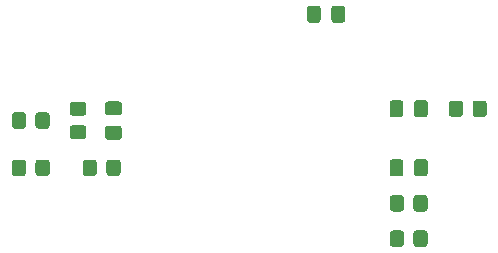
<source format=gbr>
%TF.GenerationSoftware,KiCad,Pcbnew,5.1.9-73d0e3b20d~88~ubuntu20.04.1*%
%TF.CreationDate,2021-05-22T18:00:36+02:00*%
%TF.ProjectId,ValveLord,56616c76-654c-46f7-9264-2e6b69636164,rev?*%
%TF.SameCoordinates,Original*%
%TF.FileFunction,Paste,Top*%
%TF.FilePolarity,Positive*%
%FSLAX46Y46*%
G04 Gerber Fmt 4.6, Leading zero omitted, Abs format (unit mm)*
G04 Created by KiCad (PCBNEW 5.1.9-73d0e3b20d~88~ubuntu20.04.1) date 2021-05-22 18:00:36*
%MOMM*%
%LPD*%
G01*
G04 APERTURE LIST*
G04 APERTURE END LIST*
%TO.C,R4*%
G36*
G01*
X192400000Y-115450001D02*
X192400000Y-114549999D01*
G75*
G02*
X192649999Y-114300000I249999J0D01*
G01*
X193350001Y-114300000D01*
G75*
G02*
X193600000Y-114549999I0J-249999D01*
G01*
X193600000Y-115450001D01*
G75*
G02*
X193350001Y-115700000I-249999J0D01*
G01*
X192649999Y-115700000D01*
G75*
G02*
X192400000Y-115450001I0J249999D01*
G01*
G37*
G36*
G01*
X190400000Y-115450001D02*
X190400000Y-114549999D01*
G75*
G02*
X190649999Y-114300000I249999J0D01*
G01*
X191350001Y-114300000D01*
G75*
G02*
X191600000Y-114549999I0J-249999D01*
G01*
X191600000Y-115450001D01*
G75*
G02*
X191350001Y-115700000I-249999J0D01*
G01*
X190649999Y-115700000D01*
G75*
G02*
X190400000Y-115450001I0J249999D01*
G01*
G37*
%TD*%
%TO.C,R3*%
G36*
G01*
X189549999Y-111400000D02*
X190450001Y-111400000D01*
G75*
G02*
X190700000Y-111649999I0J-249999D01*
G01*
X190700000Y-112350001D01*
G75*
G02*
X190450001Y-112600000I-249999J0D01*
G01*
X189549999Y-112600000D01*
G75*
G02*
X189300000Y-112350001I0J249999D01*
G01*
X189300000Y-111649999D01*
G75*
G02*
X189549999Y-111400000I249999J0D01*
G01*
G37*
G36*
G01*
X189549999Y-109400000D02*
X190450001Y-109400000D01*
G75*
G02*
X190700000Y-109649999I0J-249999D01*
G01*
X190700000Y-110350001D01*
G75*
G02*
X190450001Y-110600000I-249999J0D01*
G01*
X189549999Y-110600000D01*
G75*
G02*
X189300000Y-110350001I0J249999D01*
G01*
X189300000Y-109649999D01*
G75*
G02*
X189549999Y-109400000I249999J0D01*
G01*
G37*
%TD*%
%TO.C,R2*%
G36*
G01*
X217600000Y-120549999D02*
X217600000Y-121450001D01*
G75*
G02*
X217350001Y-121700000I-249999J0D01*
G01*
X216649999Y-121700000D01*
G75*
G02*
X216400000Y-121450001I0J249999D01*
G01*
X216400000Y-120549999D01*
G75*
G02*
X216649999Y-120300000I249999J0D01*
G01*
X217350001Y-120300000D01*
G75*
G02*
X217600000Y-120549999I0J-249999D01*
G01*
G37*
G36*
G01*
X219600000Y-120549999D02*
X219600000Y-121450001D01*
G75*
G02*
X219350001Y-121700000I-249999J0D01*
G01*
X218649999Y-121700000D01*
G75*
G02*
X218400000Y-121450001I0J249999D01*
G01*
X218400000Y-120549999D01*
G75*
G02*
X218649999Y-120300000I249999J0D01*
G01*
X219350001Y-120300000D01*
G75*
G02*
X219600000Y-120549999I0J-249999D01*
G01*
G37*
%TD*%
%TO.C,R1*%
G36*
G01*
X222600000Y-109549999D02*
X222600000Y-110450001D01*
G75*
G02*
X222350001Y-110700000I-249999J0D01*
G01*
X221649999Y-110700000D01*
G75*
G02*
X221400000Y-110450001I0J249999D01*
G01*
X221400000Y-109549999D01*
G75*
G02*
X221649999Y-109300000I249999J0D01*
G01*
X222350001Y-109300000D01*
G75*
G02*
X222600000Y-109549999I0J-249999D01*
G01*
G37*
G36*
G01*
X224600000Y-109549999D02*
X224600000Y-110450001D01*
G75*
G02*
X224350001Y-110700000I-249999J0D01*
G01*
X223649999Y-110700000D01*
G75*
G02*
X223400000Y-110450001I0J249999D01*
G01*
X223400000Y-109549999D01*
G75*
G02*
X223649999Y-109300000I249999J0D01*
G01*
X224350001Y-109300000D01*
G75*
G02*
X224600000Y-109549999I0J-249999D01*
G01*
G37*
%TD*%
%TO.C,C4*%
G36*
G01*
X210550000Y-101525000D02*
X210550000Y-102475000D01*
G75*
G02*
X210300000Y-102725000I-250000J0D01*
G01*
X209625000Y-102725000D01*
G75*
G02*
X209375000Y-102475000I0J250000D01*
G01*
X209375000Y-101525000D01*
G75*
G02*
X209625000Y-101275000I250000J0D01*
G01*
X210300000Y-101275000D01*
G75*
G02*
X210550000Y-101525000I0J-250000D01*
G01*
G37*
G36*
G01*
X212625000Y-101525000D02*
X212625000Y-102475000D01*
G75*
G02*
X212375000Y-102725000I-250000J0D01*
G01*
X211700000Y-102725000D01*
G75*
G02*
X211450000Y-102475000I0J250000D01*
G01*
X211450000Y-101525000D01*
G75*
G02*
X211700000Y-101275000I250000J0D01*
G01*
X212375000Y-101275000D01*
G75*
G02*
X212625000Y-101525000I0J-250000D01*
G01*
G37*
%TD*%
%TO.C,C3*%
G36*
G01*
X192525000Y-111450000D02*
X193475000Y-111450000D01*
G75*
G02*
X193725000Y-111700000I0J-250000D01*
G01*
X193725000Y-112375000D01*
G75*
G02*
X193475000Y-112625000I-250000J0D01*
G01*
X192525000Y-112625000D01*
G75*
G02*
X192275000Y-112375000I0J250000D01*
G01*
X192275000Y-111700000D01*
G75*
G02*
X192525000Y-111450000I250000J0D01*
G01*
G37*
G36*
G01*
X192525000Y-109375000D02*
X193475000Y-109375000D01*
G75*
G02*
X193725000Y-109625000I0J-250000D01*
G01*
X193725000Y-110300000D01*
G75*
G02*
X193475000Y-110550000I-250000J0D01*
G01*
X192525000Y-110550000D01*
G75*
G02*
X192275000Y-110300000I0J250000D01*
G01*
X192275000Y-109625000D01*
G75*
G02*
X192525000Y-109375000I250000J0D01*
G01*
G37*
%TD*%
%TO.C,C1*%
G36*
G01*
X218450000Y-115475000D02*
X218450000Y-114525000D01*
G75*
G02*
X218700000Y-114275000I250000J0D01*
G01*
X219375000Y-114275000D01*
G75*
G02*
X219625000Y-114525000I0J-250000D01*
G01*
X219625000Y-115475000D01*
G75*
G02*
X219375000Y-115725000I-250000J0D01*
G01*
X218700000Y-115725000D01*
G75*
G02*
X218450000Y-115475000I0J250000D01*
G01*
G37*
G36*
G01*
X216375000Y-115475000D02*
X216375000Y-114525000D01*
G75*
G02*
X216625000Y-114275000I250000J0D01*
G01*
X217300000Y-114275000D01*
G75*
G02*
X217550000Y-114525000I0J-250000D01*
G01*
X217550000Y-115475000D01*
G75*
G02*
X217300000Y-115725000I-250000J0D01*
G01*
X216625000Y-115725000D01*
G75*
G02*
X216375000Y-115475000I0J250000D01*
G01*
G37*
%TD*%
%TO.C,R7*%
G36*
G01*
X217600000Y-117549999D02*
X217600000Y-118450001D01*
G75*
G02*
X217350001Y-118700000I-249999J0D01*
G01*
X216649999Y-118700000D01*
G75*
G02*
X216400000Y-118450001I0J249999D01*
G01*
X216400000Y-117549999D01*
G75*
G02*
X216649999Y-117300000I249999J0D01*
G01*
X217350001Y-117300000D01*
G75*
G02*
X217600000Y-117549999I0J-249999D01*
G01*
G37*
G36*
G01*
X219600000Y-117549999D02*
X219600000Y-118450001D01*
G75*
G02*
X219350001Y-118700000I-249999J0D01*
G01*
X218649999Y-118700000D01*
G75*
G02*
X218400000Y-118450001I0J249999D01*
G01*
X218400000Y-117549999D01*
G75*
G02*
X218649999Y-117300000I249999J0D01*
G01*
X219350001Y-117300000D01*
G75*
G02*
X219600000Y-117549999I0J-249999D01*
G01*
G37*
%TD*%
%TO.C,R6*%
G36*
G01*
X186400000Y-111450001D02*
X186400000Y-110549999D01*
G75*
G02*
X186649999Y-110300000I249999J0D01*
G01*
X187350001Y-110300000D01*
G75*
G02*
X187600000Y-110549999I0J-249999D01*
G01*
X187600000Y-111450001D01*
G75*
G02*
X187350001Y-111700000I-249999J0D01*
G01*
X186649999Y-111700000D01*
G75*
G02*
X186400000Y-111450001I0J249999D01*
G01*
G37*
G36*
G01*
X184400000Y-111450001D02*
X184400000Y-110549999D01*
G75*
G02*
X184649999Y-110300000I249999J0D01*
G01*
X185350001Y-110300000D01*
G75*
G02*
X185600000Y-110549999I0J-249999D01*
G01*
X185600000Y-111450001D01*
G75*
G02*
X185350001Y-111700000I-249999J0D01*
G01*
X184649999Y-111700000D01*
G75*
G02*
X184400000Y-111450001I0J249999D01*
G01*
G37*
%TD*%
%TO.C,R5*%
G36*
G01*
X185600000Y-114549999D02*
X185600000Y-115450001D01*
G75*
G02*
X185350001Y-115700000I-249999J0D01*
G01*
X184649999Y-115700000D01*
G75*
G02*
X184400000Y-115450001I0J249999D01*
G01*
X184400000Y-114549999D01*
G75*
G02*
X184649999Y-114300000I249999J0D01*
G01*
X185350001Y-114300000D01*
G75*
G02*
X185600000Y-114549999I0J-249999D01*
G01*
G37*
G36*
G01*
X187600000Y-114549999D02*
X187600000Y-115450001D01*
G75*
G02*
X187350001Y-115700000I-249999J0D01*
G01*
X186649999Y-115700000D01*
G75*
G02*
X186400000Y-115450001I0J249999D01*
G01*
X186400000Y-114549999D01*
G75*
G02*
X186649999Y-114300000I249999J0D01*
G01*
X187350001Y-114300000D01*
G75*
G02*
X187600000Y-114549999I0J-249999D01*
G01*
G37*
%TD*%
%TO.C,C6*%
G36*
G01*
X217550000Y-109525000D02*
X217550000Y-110475000D01*
G75*
G02*
X217300000Y-110725000I-250000J0D01*
G01*
X216625000Y-110725000D01*
G75*
G02*
X216375000Y-110475000I0J250000D01*
G01*
X216375000Y-109525000D01*
G75*
G02*
X216625000Y-109275000I250000J0D01*
G01*
X217300000Y-109275000D01*
G75*
G02*
X217550000Y-109525000I0J-250000D01*
G01*
G37*
G36*
G01*
X219625000Y-109525000D02*
X219625000Y-110475000D01*
G75*
G02*
X219375000Y-110725000I-250000J0D01*
G01*
X218700000Y-110725000D01*
G75*
G02*
X218450000Y-110475000I0J250000D01*
G01*
X218450000Y-109525000D01*
G75*
G02*
X218700000Y-109275000I250000J0D01*
G01*
X219375000Y-109275000D01*
G75*
G02*
X219625000Y-109525000I0J-250000D01*
G01*
G37*
%TD*%
M02*

</source>
